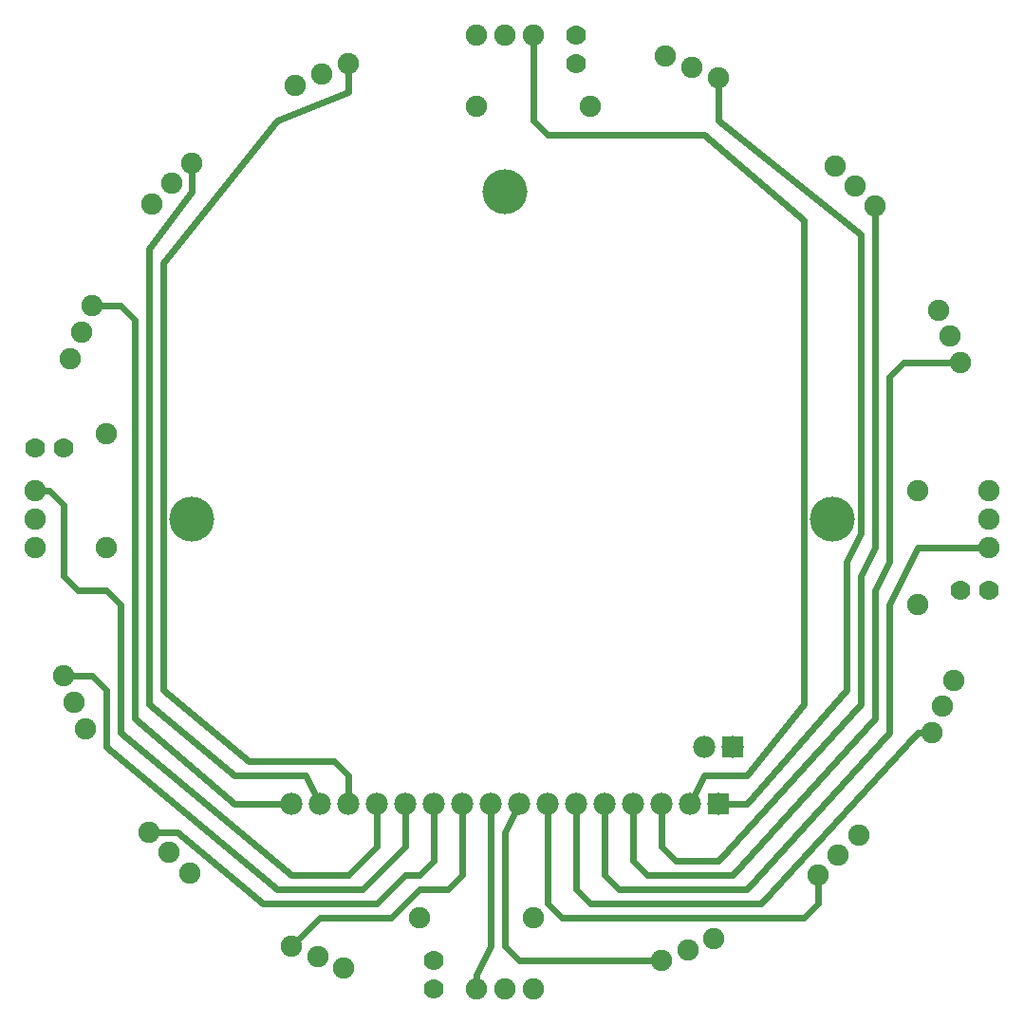
<source format=gbl>
G04 MADE WITH FRITZING*
G04 WWW.FRITZING.ORG*
G04 DOUBLE SIDED*
G04 HOLES PLATED*
G04 CONTOUR ON CENTER OF CONTOUR VECTOR*
%ASAXBY*%
%FSLAX23Y23*%
%MOIN*%
%OFA0B0*%
%SFA1.0B1.0*%
%ADD10C,0.075000*%
%ADD11C,0.070000*%
%ADD12C,0.078000*%
%ADD13C,0.157480*%
%ADD14R,0.078000X0.078000*%
%ADD15C,0.024000*%
%LNCOPPER0*%
G90*
G70*
G54D10*
X1511Y3650D03*
X1419Y3612D03*
X1326Y3573D03*
X961Y3300D03*
X890Y3229D03*
X820Y3158D03*
X611Y2800D03*
X573Y2707D03*
X535Y2615D03*
X411Y2150D03*
X411Y2050D03*
X411Y1950D03*
X511Y1500D03*
X549Y1407D03*
X588Y1315D03*
X811Y950D03*
X882Y879D03*
X953Y808D03*
X1311Y550D03*
X1404Y512D03*
X1496Y473D03*
X2161Y3750D03*
X2061Y3750D03*
X1961Y3750D03*
X2811Y3600D03*
X2719Y3638D03*
X2626Y3676D03*
X3361Y3150D03*
X3290Y3221D03*
X3220Y3291D03*
X3661Y2600D03*
X3623Y2692D03*
X3585Y2785D03*
X3761Y1950D03*
X3761Y2050D03*
X3761Y2150D03*
X3561Y1300D03*
X3599Y1392D03*
X3638Y1485D03*
X3161Y800D03*
X3232Y871D03*
X3303Y941D03*
X2611Y500D03*
X2704Y538D03*
X2796Y576D03*
X1961Y400D03*
X2061Y400D03*
X2161Y400D03*
X661Y1950D03*
X661Y2350D03*
X2361Y3500D03*
X1961Y3500D03*
X3511Y1750D03*
X3511Y2150D03*
X2161Y650D03*
X1761Y650D03*
G54D11*
X511Y2300D03*
X411Y2300D03*
X2311Y3750D03*
X2311Y3650D03*
X3761Y1800D03*
X3661Y1800D03*
X1811Y500D03*
X1811Y400D03*
G54D12*
X2861Y1250D03*
X2761Y1250D03*
X2811Y1050D03*
X2711Y1050D03*
X2611Y1050D03*
X2511Y1050D03*
X2411Y1050D03*
X2311Y1050D03*
X2211Y1050D03*
X2111Y1050D03*
X2011Y1050D03*
X1911Y1050D03*
X1811Y1050D03*
X1711Y1050D03*
X1611Y1050D03*
X1511Y1050D03*
X1411Y1050D03*
X1311Y1050D03*
G54D13*
X3211Y2050D03*
X961Y2050D03*
X2061Y3200D03*
G54D14*
X2861Y1250D03*
X2811Y1050D03*
G54D15*
X3462Y2600D02*
X3633Y2600D01*
D02*
X3411Y2550D02*
X3462Y2600D01*
D02*
X3361Y1349D02*
X3360Y1799D01*
D02*
X2861Y800D02*
X3361Y1349D01*
D02*
X2560Y800D02*
X2861Y800D01*
D02*
X2511Y1020D02*
X2511Y849D01*
D02*
X3360Y3049D02*
X3360Y1949D01*
D02*
X3312Y1401D02*
X2812Y849D01*
D02*
X2812Y849D02*
X2661Y849D01*
D02*
X2661Y849D02*
X2612Y900D01*
D02*
X3361Y3121D02*
X3360Y3049D01*
D02*
X2098Y1023D02*
X2062Y950D01*
D02*
X2111Y500D02*
X2583Y500D01*
D02*
X2062Y549D02*
X2111Y500D01*
D02*
X3161Y699D02*
X3111Y649D01*
D02*
X3111Y649D02*
X2261Y650D01*
D02*
X2261Y650D02*
X2211Y699D01*
D02*
X3161Y771D02*
X3161Y699D01*
D02*
X2362Y699D02*
X2962Y699D01*
D02*
X3512Y1299D02*
X3533Y1299D01*
D02*
X2962Y699D02*
X3512Y1299D01*
D02*
X2311Y1020D02*
X2312Y751D01*
D02*
X3411Y1551D02*
X3411Y1650D01*
D02*
X2461Y751D02*
X2912Y751D01*
D02*
X3512Y1949D02*
X3733Y1950D01*
D02*
X3411Y1300D02*
X3411Y1551D01*
D02*
X2912Y751D02*
X3411Y1300D01*
D02*
X2411Y1020D02*
X2411Y800D01*
D02*
X1911Y1020D02*
X1912Y800D01*
D02*
X1761Y749D02*
X1661Y650D01*
D02*
X1661Y650D02*
X1411Y650D01*
D02*
X1861Y749D02*
X1761Y749D01*
D02*
X1411Y650D02*
X1331Y570D01*
D02*
X1761Y800D02*
X1712Y800D01*
D02*
X1612Y700D02*
X1211Y700D01*
D02*
X1712Y800D02*
X1612Y700D01*
D02*
X1811Y1020D02*
X1811Y849D01*
D02*
X1211Y700D02*
X910Y950D01*
D02*
X910Y950D02*
X840Y950D01*
D02*
X662Y1449D02*
X611Y1499D01*
D02*
X662Y1250D02*
X662Y1449D01*
D02*
X1711Y1020D02*
X1710Y900D01*
D02*
X1561Y750D02*
X1261Y749D01*
D02*
X1261Y749D02*
X662Y1250D01*
D02*
X611Y1499D02*
X540Y1500D01*
D02*
X711Y1750D02*
X662Y1800D01*
D02*
X562Y1800D02*
X511Y1850D01*
D02*
X511Y1850D02*
X511Y2100D01*
D02*
X511Y2100D02*
X462Y2150D01*
D02*
X462Y2150D02*
X440Y2150D01*
D02*
X662Y1800D02*
X562Y1800D01*
D02*
X711Y1299D02*
X711Y1750D01*
D02*
X1310Y800D02*
X711Y1299D01*
D02*
X1512Y800D02*
X1310Y800D01*
D02*
X1611Y1020D02*
X1612Y900D01*
D02*
X1112Y1049D02*
X762Y1350D01*
D02*
X762Y1350D02*
X762Y2749D01*
D02*
X762Y2749D02*
X711Y2800D01*
D02*
X711Y2800D02*
X640Y2800D01*
D02*
X1398Y1077D02*
X1361Y1149D01*
D02*
X1110Y1150D02*
X812Y1401D01*
D02*
X812Y1401D02*
X812Y2999D01*
D02*
X812Y2999D02*
X962Y3199D01*
D02*
X962Y3199D02*
X961Y3271D01*
D02*
X1161Y1200D02*
X861Y1451D01*
D02*
X1511Y1080D02*
X1511Y1149D01*
D02*
X1510Y3551D02*
X1511Y3621D01*
D02*
X1262Y3450D02*
X1510Y3551D01*
D02*
X861Y2951D02*
X1262Y3450D01*
D02*
X861Y1451D02*
X861Y2951D01*
D02*
X3312Y3049D02*
X3312Y2000D01*
D02*
X3261Y1450D02*
X2911Y1050D01*
D02*
X2811Y3450D02*
X3312Y3049D01*
D02*
X2811Y3571D02*
X2811Y3450D01*
D02*
X2210Y3401D02*
X2161Y3450D01*
D02*
X2161Y3450D02*
X2161Y3721D01*
D02*
X2725Y1077D02*
X2762Y1149D01*
D02*
X2761Y3399D02*
X2210Y3401D01*
D02*
X3111Y1399D02*
X3110Y3101D01*
D02*
X3110Y3101D02*
X2761Y3399D01*
D02*
X2910Y1150D02*
X3111Y1399D01*
D02*
X1281Y1050D02*
X1112Y1049D01*
D02*
X2011Y1020D02*
X2011Y550D01*
D02*
X1960Y450D02*
X1961Y428D01*
D02*
X2011Y550D02*
X1960Y450D01*
D02*
X1462Y1200D02*
X1161Y1200D01*
D02*
X1511Y1149D02*
X1462Y1200D01*
D02*
X1361Y1149D02*
X1110Y1150D01*
D02*
X1612Y900D02*
X1512Y800D01*
D02*
X1710Y900D02*
X1561Y750D01*
D02*
X1811Y849D02*
X1761Y800D01*
D02*
X1912Y800D02*
X1861Y749D01*
D02*
X2062Y950D02*
X2062Y549D01*
D02*
X2211Y699D02*
X2211Y1020D01*
D02*
X2312Y751D02*
X2362Y699D01*
D02*
X2411Y800D02*
X2461Y751D01*
D02*
X2511Y849D02*
X2560Y800D01*
D02*
X2612Y900D02*
X2611Y1020D01*
D02*
X2762Y1149D02*
X2910Y1150D01*
D02*
X2911Y1050D02*
X2841Y1050D01*
D02*
X3411Y1901D02*
X3411Y2550D01*
D02*
X3360Y1799D02*
X3411Y1901D01*
D02*
X3312Y1850D02*
X3312Y1401D01*
D02*
X3360Y1949D02*
X3312Y1850D01*
D02*
X3411Y1749D02*
X3512Y1949D01*
D02*
X3411Y1650D02*
X3411Y1749D01*
D02*
X3261Y1901D02*
X3261Y1450D01*
D02*
X3312Y2000D02*
X3261Y1901D01*
G04 End of Copper0*
M02*
</source>
